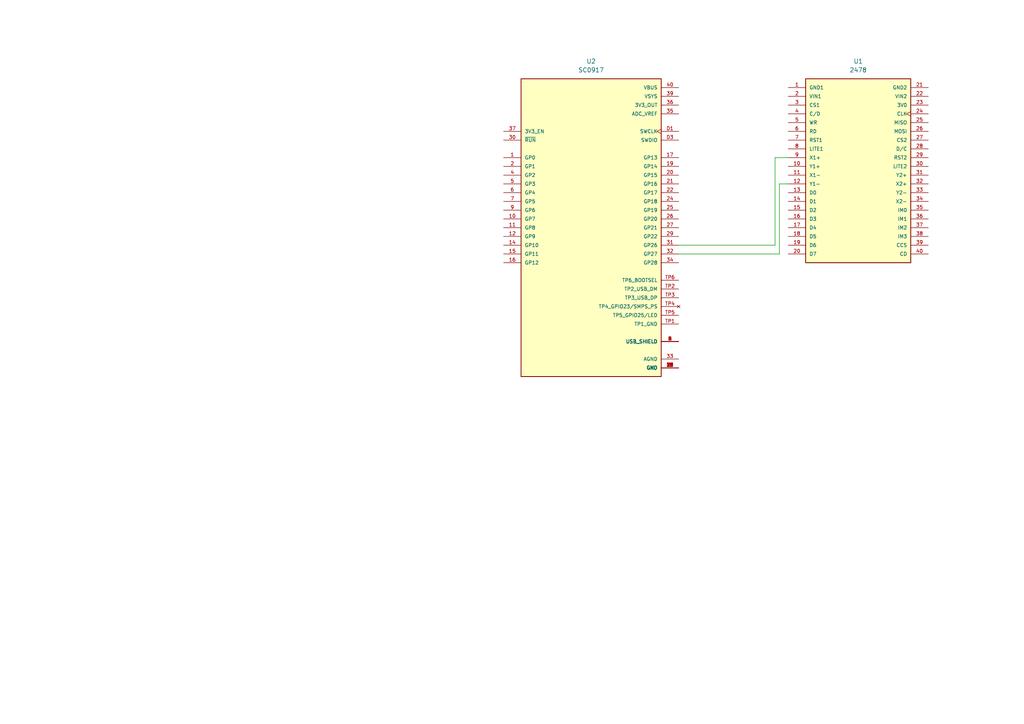
<source format=kicad_sch>
(kicad_sch (version 20231120) (generator "eeschema") (generator_version "8.0")
  (paper "A4")
  (lib_symbols
    (symbol "Rasp_Berry_Pi_Pico:SC0917" (pin_names (offset 1.016))
      (property "Reference" "U" (at -20.32 44.069 0))
      (property "Value" "SC0917" (at -20.32 -45.72 0))
      (symbol "SC0917_0_0"
        (rectangle (start -20.32 -43.18) (end 20.32 43.18) (stroke (width 0.254)) (fill (type background)))
        (pin bidirectional line (at -25.4 20.32 0) (length 5.08) (name "GP0") (number "1"))
        (pin bidirectional line (at -25.4 2.54 0) (length 5.08) (name "GP7") (number "10"))
        (pin bidirectional line (at -25.4 0 0) (length 5.08) (name "GP8") (number "11"))
        (pin bidirectional line (at -25.4 -2.54 0) (length 5.08) (name "GP9") (number "12"))
        (pin power_in line (at 25.4 -40.64 180) (length 5.08) (name "GND") (number "13"))
        (pin bidirectional line (at -25.4 -5.08 0) (length 5.08) (name "GP10") (number "14"))
        (pin bidirectional line (at -25.4 -7.62 0) (length 5.08) (name "GP11") (number "15"))
        (pin bidirectional line (at -25.4 -10.16 0) (length 5.08) (name "GP12") (number "16"))
        (pin bidirectional line (at 25.4 20.32 180) (length 5.08) (name "GP13") (number "17"))
        (pin power_in line (at 25.4 -40.64 180) (length 5.08) (name "GND") (number "18"))
        (pin bidirectional line (at 25.4 17.78 180) (length 5.08) (name "GP14") (number "19"))
        (pin bidirectional line (at -25.4 17.78 0) (length 5.08) (name "GP1") (number "2"))
        (pin bidirectional line (at 25.4 15.24 180) (length 5.08) (name "GP15") (number "20"))
        (pin bidirectional line (at 25.4 12.7 180) (length 5.08) (name "GP16") (number "21"))
        (pin bidirectional line (at 25.4 10.16 180) (length 5.08) (name "GP17") (number "22"))
        (pin power_in line (at 25.4 -40.64 180) (length 5.08) (name "GND") (number "23"))
        (pin bidirectional line (at 25.4 7.62 180) (length 5.08) (name "GP18") (number "24"))
        (pin bidirectional line (at 25.4 5.08 180) (length 5.08) (name "GP19") (number "25"))
        (pin bidirectional line (at 25.4 2.54 180) (length 5.08) (name "GP20") (number "26"))
        (pin bidirectional line (at 25.4 0 180) (length 5.08) (name "GP21") (number "27"))
        (pin power_in line (at 25.4 -40.64 180) (length 5.08) (name "GND") (number "28"))
        (pin bidirectional line (at 25.4 -2.54 180) (length 5.08) (name "GP22") (number "29"))
        (pin power_in line (at 25.4 -40.64 180) (length 5.08) (name "GND") (number "3"))
        (pin input line (at -25.4 25.4 0) (length 5.08) (name "~{RUN}") (number "30"))
        (pin bidirectional line (at 25.4 -5.08 180) (length 5.08) (name "GP26") (number "31"))
        (pin bidirectional line (at 25.4 -7.62 180) (length 5.08) (name "GP27") (number "32"))
        (pin power_in line (at 25.4 -38.1 180) (length 5.08) (name "AGND") (number "33"))
        (pin bidirectional line (at 25.4 -10.16 180) (length 5.08) (name "GP28") (number "34"))
        (pin power_in line (at 25.4 33.02 180) (length 5.08) (name "ADC_VREF") (number "35"))
        (pin power_in line (at 25.4 35.56 180) (length 5.08) (name "3V3_OUT") (number "36"))
        (pin input line (at -25.4 27.94 0) (length 5.08) (name "3V3_EN") (number "37"))
        (pin power_in line (at 25.4 -40.64 180) (length 5.08) (name "GND") (number "38"))
        (pin power_in line (at 25.4 38.1 180) (length 5.08) (name "VSYS") (number "39"))
        (pin bidirectional line (at -25.4 15.24 0) (length 5.08) (name "GP2") (number "4"))
        (pin power_in line (at 25.4 40.64 180) (length 5.08) (name "VBUS") (number "40"))
        (pin bidirectional line (at -25.4 12.7 0) (length 5.08) (name "GP3") (number "5"))
        (pin bidirectional line (at -25.4 10.16 0) (length 5.08) (name "GP4") (number "6"))
        (pin bidirectional line (at -25.4 7.62 0) (length 5.08) (name "GP5") (number "7"))
        (pin power_in line (at 25.4 -40.64 180) (length 5.08) (name "GND") (number "8"))
        (pin bidirectional line (at -25.4 5.08 0) (length 5.08) (name "GP6") (number "9"))
        (pin power_in line (at 25.4 -33.02 180) (length 5.08) (name "USB_SHIELD") (number "A"))
        (pin power_in line (at 25.4 -33.02 180) (length 5.08) (name "USB_SHIELD") (number "B"))
        (pin power_in line (at 25.4 -33.02 180) (length 5.08) (name "USB_SHIELD") (number "C"))
        (pin power_in line (at 25.4 -33.02 180) (length 5.08) (name "USB_SHIELD") (number "D"))
        (pin input clock (at 25.4 27.94 180) (length 5.08) (name "SWCLK") (number "D1"))
        (pin power_in line (at 25.4 -40.64 180) (length 5.08) (name "GND") (number "D2"))
        (pin bidirectional line (at 25.4 25.4 180) (length 5.08) (name "SWDIO") (number "D3"))
        (pin power_in line (at 25.4 -27.94 180) (length 5.08) (name "TP1_GND") (number "TP1"))
        (pin bidirectional line (at 25.4 -17.78 180) (length 5.08) (name "TP2_USB_DM") (number "TP2"))
        (pin bidirectional line (at 25.4 -20.32 180) (length 5.08) (name "TP3_USB_DP") (number "TP3"))
        (pin no_connect line (at 25.4 -22.86 180) (length 5.08) (name "TP4_GPIO23/SMPS_PS") (number "TP4"))
        (pin output line (at 25.4 -25.4 180) (length 5.08) (name "TP5_GPIO25/LED") (number "TP5"))
        (pin input line (at 25.4 -15.24 180) (length 5.08) (name "TP6_BOOTSEL") (number "TP6"))
      )
    )
    (symbol "Tft_display:2478" (pin_names (offset 1.016))
      (property "Reference" "U" (at -15.2631 28.6183 0))
      (property "Value" "2478" (at -15.262 -27.9803 0))
      (symbol "2478_0_0"
        (rectangle (start -15.24 -25.4) (end 15.24 27.94) (stroke (width 0.254)) (fill (type background)))
        (pin power_in line (at -20.32 25.4 0) (length 5.08) (name "GND1") (number "1"))
        (pin output line (at -20.32 2.54 0) (length 5.08) (name "Y1+") (number "10"))
        (pin output line (at -20.32 0 0) (length 5.08) (name "X1-") (number "11"))
        (pin output line (at -20.32 -2.54 0) (length 5.08) (name "Y1-") (number "12"))
        (pin bidirectional line (at -20.32 -5.08 0) (length 5.08) (name "D0") (number "13"))
        (pin bidirectional line (at -20.32 -7.62 0) (length 5.08) (name "D1") (number "14"))
        (pin bidirectional line (at -20.32 -10.16 0) (length 5.08) (name "D2") (number "15"))
        (pin bidirectional line (at -20.32 -12.7 0) (length 5.08) (name "D3") (number "16"))
        (pin bidirectional line (at -20.32 -15.24 0) (length 5.08) (name "D4") (number "17"))
        (pin bidirectional line (at -20.32 -17.78 0) (length 5.08) (name "D5") (number "18"))
        (pin bidirectional line (at -20.32 -20.32 0) (length 5.08) (name "D6") (number "19"))
        (pin power_in line (at -20.32 22.86 0) (length 5.08) (name "VIN1") (number "2"))
        (pin bidirectional line (at -20.32 -22.86 0) (length 5.08) (name "D7") (number "20"))
        (pin power_in line (at 20.32 25.4 180) (length 5.08) (name "GND2") (number "21"))
        (pin power_in line (at 20.32 22.86 180) (length 5.08) (name "VIN2") (number "22"))
        (pin output line (at 20.32 20.32 180) (length 5.08) (name "3V0") (number "23"))
        (pin input clock (at 20.32 17.78 180) (length 5.08) (name "CLK") (number "24"))
        (pin output line (at 20.32 15.24 180) (length 5.08) (name "MISO") (number "25"))
        (pin input line (at 20.32 12.7 180) (length 5.08) (name "MOSI") (number "26"))
        (pin input line (at 20.32 10.16 180) (length 5.08) (name "CS2") (number "27"))
        (pin input line (at 20.32 7.62 180) (length 5.08) (name "D/C") (number "28"))
        (pin input line (at 20.32 5.08 180) (length 5.08) (name "RST2") (number "29"))
        (pin input line (at -20.32 20.32 0) (length 5.08) (name "CS1") (number "3"))
        (pin input line (at 20.32 2.54 180) (length 5.08) (name "LITE2") (number "30"))
        (pin output line (at 20.32 0 180) (length 5.08) (name "Y2+") (number "31"))
        (pin output line (at 20.32 -2.54 180) (length 5.08) (name "X2+") (number "32"))
        (pin output line (at 20.32 -5.08 180) (length 5.08) (name "Y2-") (number "33"))
        (pin output line (at 20.32 -7.62 180) (length 5.08) (name "X2-") (number "34"))
        (pin input line (at 20.32 -10.16 180) (length 5.08) (name "IM0") (number "35"))
        (pin input line (at 20.32 -12.7 180) (length 5.08) (name "IM1") (number "36"))
        (pin input line (at 20.32 -15.24 180) (length 5.08) (name "IM2") (number "37"))
        (pin input line (at 20.32 -17.78 180) (length 5.08) (name "IM3") (number "38"))
        (pin input line (at 20.32 -20.32 180) (length 5.08) (name "CCS") (number "39"))
        (pin input line (at -20.32 17.78 0) (length 5.08) (name "C/D") (number "4"))
        (pin output line (at 20.32 -22.86 180) (length 5.08) (name "CD") (number "40"))
        (pin input line (at -20.32 15.24 0) (length 5.08) (name "WR") (number "5"))
        (pin input line (at -20.32 12.7 0) (length 5.08) (name "RD") (number "6"))
        (pin input line (at -20.32 10.16 0) (length 5.08) (name "RST1") (number "7"))
        (pin input line (at -20.32 7.62 0) (length 5.08) (name "LITE1") (number "8"))
        (pin output line (at -20.32 5.08 0) (length 5.08) (name "X1+") (number "9"))
      )
    )
    (symbol "Transistor_drone:IRLB8721" (pin_names (offset 0))
      (property "Reference" "Q" (at 0 -250 0))
      (property "Value" "IRLB8721" (at 0 250 0))
      (property "Footprint" "Transistor_drone:IRLB8721" (at 0 0 0))
      (symbol "IRLB8721_1_1"
        (rectangle (start 0 150) (end 400 -150) (stroke (width 0.15)) (fill (type background)))
        (pin passive line (at 0 0 180) (length 200) (name "G") (number "1"))
        (pin passive line (at 400 50 0) (length 200) (name "D") (number "2"))
        (pin passive line (at 400 -50 0) (length 200) (name "S") (number "3"))
      )
    )
  )
  (wire (pts (xy 226.06 53.34) (xy 228.6 53.34)))
  (wire (pts (xy 895.35 -378.46) (xy 347.98 -378.46)))
  (wire (pts (xy 224.79 71.12) (xy 224.79 45.72)))
  (wire (pts (xy 224.79 45.72) (xy 228.6 45.72)))
  (wire (pts (xy 337.82 -384.81) (xy 347.98 -384.81)))
  (wire (pts (xy 226.06 73.66) (xy 226.06 53.34)))
  (wire (pts (xy 196.85 71.12) (xy 224.79 71.12)))
  (wire (pts (xy 196.85 73.66) (xy 226.06 73.66)))
  (wire (pts (xy 347.98 -378.46) (xy 347.98 -384.81)))
  (symbol (lib_id "Transistor_drone:IRLB8721") (at 1094.74 -378.46 0) (unit 1)
    (property "Reference" "Q1" (at 1294.74 -534.67 0))
    (property "Value" "IRLB8721" (at 1294.74 -532.13 0))
    (property "Footprint" "Transistor_drone:IRLB8721" (at 1294.74 -529.59 0))
  )
  (symbol (lib_id "Rasp_Berry_Pi_Pico:SC0917") (at 171.45 66.04 0) (unit 1)
    (property "Reference" "U2" (at 171.45 17.78 0))
    (property "Value" "SC0917" (at 171.45 20.32 0))
    (property "Footprint" "Rasp_Berry_Pi_Pico:MODULE_SC0917" (effects (hide yes)))
    (property "MF" "Raspberry Pi" (effects (hide yes)))
    (property "Description_1" "\n                        \n                            RP2040 Raspberry Pi Pico - ARM® Cortex®-M0+ MCU 32-Bit Embedded Evaluation Board\n                        \n" (effects (hide yes)))
    (property "Package" "None" (effects (hide yes)))
    (property "Price" "None" (effects (hide yes)))
    (property "Check_prices" "https://www.snapeda.com/parts/SC0917/Raspberry+Pi/view-part/?ref=eda" (effects (hide yes)))
    (property "STANDARD" "Manufacturer Recommendations" (effects (hide yes)))
    (property "PARTREV" "1.9" (effects (hide yes)))
    (property "SnapEDA_Link" "https://www.snapeda.com/parts/SC0917/Raspberry+Pi/view-part/?ref=snap" (effects (hide yes)))
    (property "MP" "SC0917" (effects (hide yes)))
    (property "Purchase-URL" "https://www.snapeda.com/api/url_track_click_mouser/?unipart_id=12103157&manufacturer=Raspberry Pi&part_name=SC0917&search_term=None" (effects (hide yes)))
    (property "SNAPEDA_PN" "SC0915" (effects (hide yes)))
    (property "Availability" "In Stock" (effects (hide yes)))
    (property "MANUFACTURER" "Pi Supply" (effects (hide yes)))
  )
  (symbol (lib_id "Transistor_drone:IRLB8721") (at -256.54 -335.28 0) (unit 1)
    (property "Reference" "Q2" (at -56.54 -491.49 0))
    (property "Value" "IRLB8721" (at -56.54 -488.95 0))
    (property "Footprint" "Transistor_drone:IRLB8721" (at -56.54 -486.41 0))
  )
  (symbol (lib_id "Tft_display:2478") (at 248.92 50.8 0) (unit 1)
    (property "Reference" "U1" (at 248.92 17.78 0))
    (property "Value" "2478" (at 248.92 20.32 0))
    (property "Footprint" "Tft_display:ADAFRUIT_2478" (effects (hide yes)))
    (property "MF" "Adafruit Industries" (effects (hide yes)))
    (property "Description_1" "\n                        \n                            Adafruit 2.4 TFT LCD with Touchscreen Breakout w/MicroSD Socket - ILI9341 | Adafruit Industries 2478\n                        \n" (effects (hide yes)))
    (property "Package" "NON STANDARD Adafruit" (effects (hide yes)))
    (property "Price" "None" (effects (hide yes)))
    (property "Check_prices" "https://www.snapeda.com/parts/2478/Adafruit+Industries/view-part/?ref=eda" (effects (hide yes)))
    (property "SnapEDA_Link" "https://www.snapeda.com/parts/2478/Adafruit+Industries/view-part/?ref=snap" (effects (hide yes)))
    (property "MP" "2478" (effects (hide yes)))
    (property "Purchase-URL" "https://www.snapeda.com/api/url_track_click_mouser/?unipart_id=523456&manufacturer=Adafruit Industries&part_name=2478&search_term=None" (effects (hide yes)))
    (property "Availability" "In Stock" (effects (hide yes)))
    (property "MANUFACTURER" "Adafruit Industries LLC" (effects (hide yes)))
  )
)
</source>
